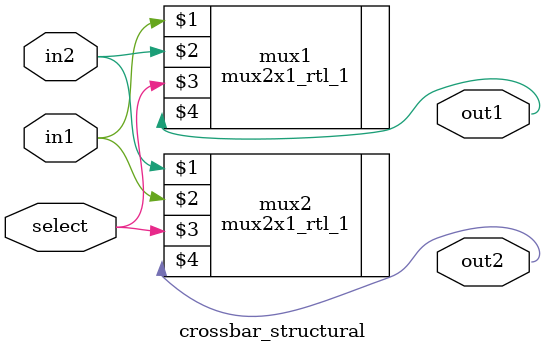
<source format=v>
/*
Program: CI Digital T2/2025
Class: Introdução à Verilog  
Class-ID: SD112
Advisor: Felipe Rocha 
Advisor-Contact: felipef.rocha@inatel.br
Institute: INATEL - Santa Rita do Sapucaí / MG  
Development: André Bezerra 
Student-Contact: andrefrbezerra@gmail.com
Task-ID: A-012
Type: Laboratory
Data: novembro, 3 2025
*/

`timescale 1 ns / 1 ps;

module crossbar_structural(
	input in1, in2, select,
	output out1, out2
);

	mux2x1_rtl_1 mux1(in1, in2, select, out1);
	mux2x1_rtl_1 mux2(in2, in1, select, out2);

endmodule

</source>
